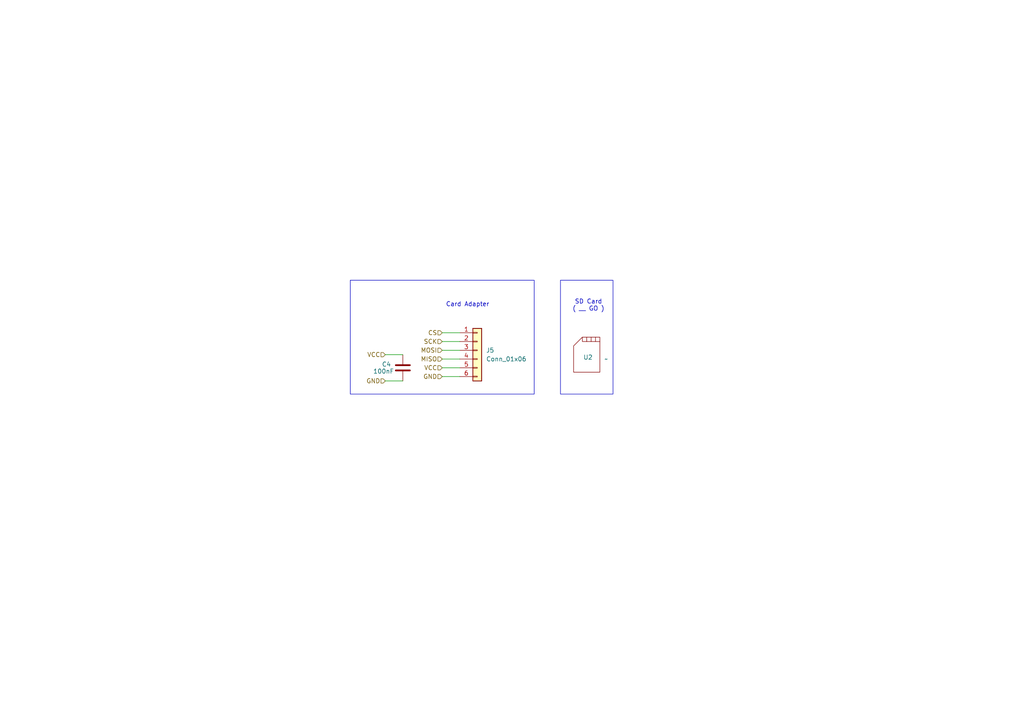
<source format=kicad_sch>
(kicad_sch (version 20250114) (generator "eeschema") (generator_version "9.0")
  (paper "A4")
  (lib_symbols
    (symbol "CollecteurDonneLIB:SDCARD"
      (property "Reference" "U" (at 0 0 0))
      (symbol "SDCARD_0_1"
        (polyline (pts (xy -3.81 3.81) (xy -1.27 6.35) (xy 2.54 6.35) (xy 3.81 6.35) (xy 3.81 -3.81) (xy -3.81 -3.81) (xy -3.81 3.81)))
        (polyline (pts (xy 0 6.35) (xy 0 5.08) (xy 3.81 5.08)))
        (polyline (pts (xy 0 5.08) (xy -1.27 5.08) (xy -1.27 6.35)))
        (polyline (pts (xy 1.27 5.08) (xy 1.27 6.35)))
        (polyline (pts (xy 2.54 6.35) (xy 2.54 5.08)))
      )
    )
    (symbol "Connector_Generic:Conn_01x06" (pin_names (offset 1.016) (hide yes))
      (property "Reference" "J" (at 0 7.62 0))
      (property "Value" "Conn_01x06" (at 0 -10.16 0))
      (symbol "Conn_01x06_1_1"
        (rectangle (start -1.27 6.35) (end 1.27 -8.89) (stroke (width 0.254)) (fill (type background)))
        (rectangle (start -1.27 5.207) (end 0 4.953) (stroke (width 0.1524)))
        (rectangle (start -1.27 2.667) (end 0 2.413) (stroke (width 0.1524)))
        (rectangle (start -1.27 0.127) (end 0 -0.127) (stroke (width 0.1524)))
        (rectangle (start -1.27 -2.413) (end 0 -2.667) (stroke (width 0.1524)))
        (rectangle (start -1.27 -4.953) (end 0 -5.207) (stroke (width 0.1524)))
        (rectangle (start -1.27 -7.493) (end 0 -7.747) (stroke (width 0.1524)))
        (pin passive line (at -5.08 5.08 0) (length 3.81) (name "Pin_1") (number "1"))
        (pin passive line (at -5.08 2.54 0) (length 3.81) (name "Pin_2") (number "2"))
        (pin passive line (at -5.08 0 0) (length 3.81) (name "Pin_3") (number "3"))
        (pin passive line (at -5.08 -2.54 0) (length 3.81) (name "Pin_4") (number "4"))
        (pin passive line (at -5.08 -5.08 0) (length 3.81) (name "Pin_5") (number "5"))
        (pin passive line (at -5.08 -7.62 0) (length 3.81) (name "Pin_6") (number "6"))
      )
    )
    (symbol "Device:C" (pin_numbers (hide yes)) (pin_names (offset 0.254))
      (property "Reference" "C" (at 0.635 2.54 0))
      (property "Value" "C" (at 0.635 -2.54 0))
      (symbol "C_0_1"
        (polyline (pts (xy -2.032 0.762) (xy 2.032 0.762)) (stroke (width 0.508)))
        (polyline (pts (xy -2.032 -0.762) (xy 2.032 -0.762)) (stroke (width 0.508)))
      )
      (symbol "C_1_1"
        (pin passive line (at 0 3.81 270) (length 2.794) (name "~") (number "1"))
        (pin passive line (at 0 -3.81 90) (length 2.794) (name "~") (number "2"))
      )
    )
  )
  (rectangle (start 162.56 81.28) (end 177.8 114.3))
  (rectangle (start 101.6 81.28) (end 154.94 114.3))
  (text "SD Card\n( __ GO )" (at 170.688 88.646 0) (effects (font (size 1.27 1.27))))
  (text "Card Adapter\n" (at 135.636 88.392 0) (effects (font (size 1.27 1.27))))
  (wire (pts (xy 128.27 104.14) (xy 133.35 104.14)))
  (wire (pts (xy 128.27 109.22) (xy 133.35 109.22)))
  (wire (pts (xy 128.27 96.52) (xy 133.35 96.52)))
  (wire (pts (xy 111.76 102.87) (xy 116.84 102.87)))
  (wire (pts (xy 128.27 106.68) (xy 133.35 106.68)))
  (wire (pts (xy 111.76 110.49) (xy 116.84 110.49)))
  (wire (pts (xy 128.27 99.06) (xy 133.35 99.06)))
  (wire (pts (xy 128.27 101.6) (xy 133.35 101.6)))
  (hierarchical_label "MOSI" (shape input) (at 128.27 101.6 180))
  (hierarchical_label "VCC" (shape input) (at 111.76 102.87 180))
  (hierarchical_label "SCK" (shape input) (at 128.27 99.06 180))
  (hierarchical_label "GND" (shape input) (at 111.76 110.49 180))
  (hierarchical_label "GND" (shape input) (at 128.27 109.22 180))
  (hierarchical_label "MISO" (shape input) (at 128.27 104.14 180))
  (hierarchical_label "VCC" (shape input) (at 128.27 106.68 180))
  (hierarchical_label "CS" (shape input) (at 128.27 96.52 180))
  (symbol (lib_id "Connector_Generic:Conn_01x06") (at 138.43 101.6 0) (unit 1)
    (property "Reference" "J5" (at 140.97 101.5999 0) (effects (justify left)))
    (property "Value" "Conn_01x06" (at 140.97 104.1399 0) (effects (justify left)))
    (property "Description" "Generic connector, single row, 01x06, script generated (kicad-library-utils/schlib/autogen/connector/)" (effects (hide yes)))
  )
  (symbol (lib_id "CollecteurDonneLIB:SDCARD") (at 170.18 104.14 0) (unit 1)
    (property "Reference" "U2" (at 169.164 103.632 0) (effects (justify left)))
    (property "Value" "~" (at 175.26 104.14 0) (effects (justify left)))
  )
  (symbol (lib_id "Device:C") (at 116.84 106.68 0) (unit 1)
    (property "Reference" "C4" (at 110.744 105.664 0) (effects (justify left)))
    (property "Value" "100nF" (at 108.204 107.696 0) (effects (justify left)))
    (property "Description" "Unpolarized capacitor" (effects (hide yes)))
  )
)
</source>
